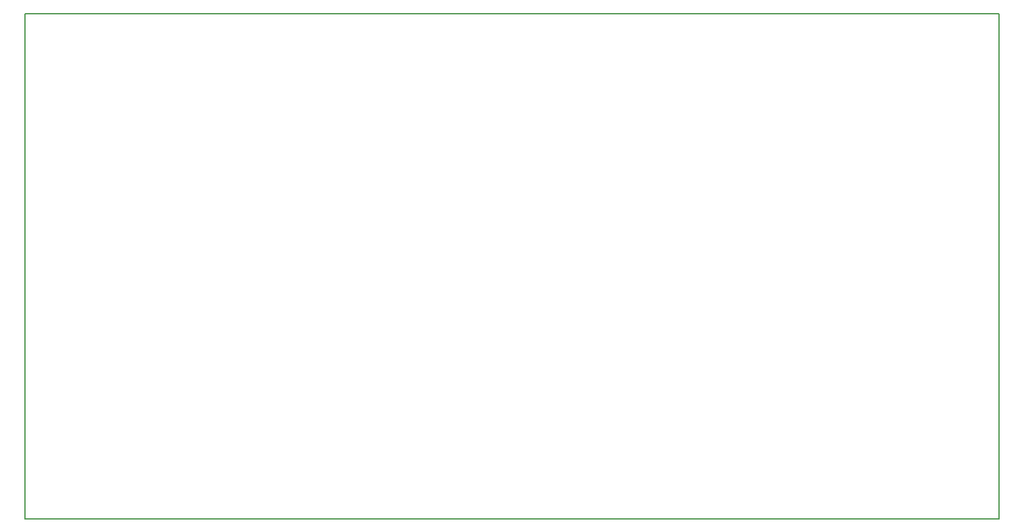
<source format=gbr>
%TF.GenerationSoftware,KiCad,Pcbnew,7.0.8*%
%TF.CreationDate,2023-10-29T18:00:57+01:00*%
%TF.ProjectId,Noise Toaster PCB,4e6f6973-6520-4546-9f61-737465722050,0.6.1*%
%TF.SameCoordinates,PX47c8b58PY892ee58*%
%TF.FileFunction,Profile,NP*%
%FSLAX46Y46*%
G04 Gerber Fmt 4.6, Leading zero omitted, Abs format (unit mm)*
G04 Created by KiCad (PCBNEW 7.0.8) date 2023-10-29 18:00:57*
%MOMM*%
%LPD*%
G01*
G04 APERTURE LIST*
%TA.AperFunction,Profile*%
%ADD10C,0.200000*%
%TD*%
G04 APERTURE END LIST*
D10*
X0Y68580000D02*
X132080000Y68580000D01*
X132080000Y0D01*
X0Y0D01*
X0Y68580000D01*
M02*

</source>
